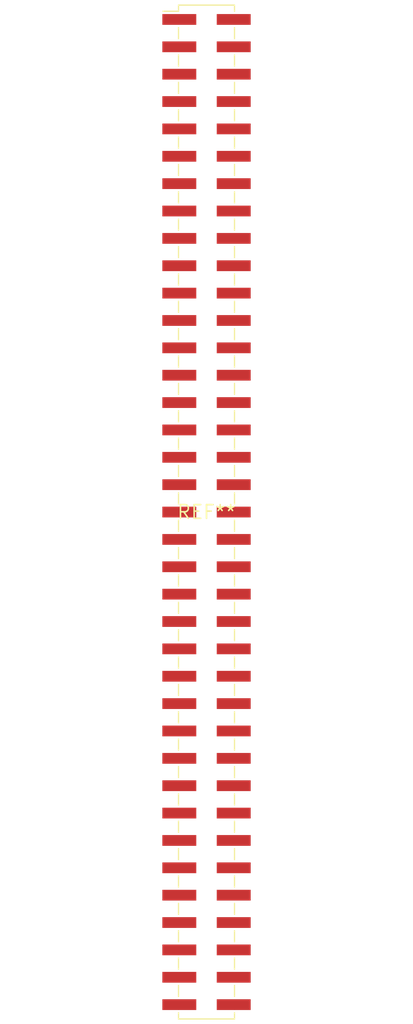
<source format=kicad_pcb>
(kicad_pcb (version 20240108) (generator pcbnew)
  (layers (0 "F.Cu" signal) (31 "B.Cu" signal) (34 "B.Paste" user) (35 "F.Paste" user) (36 "B.SilkS" user "B.Silkscreen") (37 "F.SilkS" user "F.Silkscreen") (38 "B.Mask" user) (39 "F.Mask" user) (44 "Edge.Cuts" user))
  (net 0 "")
  (footprint "PinHeader_2x37_P2.54mm_Vertical_SMD" (layer "F.Cu") (at 0 0)
    (property "Reference" "REF**")
    (property "Value" "PinHeader_2x37_P2.54mm_Vertical_SMD")
    (fp_line (start -4.04 -46.48) (end -2.6 -46.48) (layer "F.SilkS") (stroke (width 0.12)))
    (fp_line (start -2.6 -47.05) (end -2.6 -46.48) (layer "F.SilkS") (stroke (width 0.12)))
    (fp_line (start -2.6 -47.05) (end 2.6 -47.05) (layer "F.SilkS") (stroke (width 0.12)))
    (fp_line (start -2.6 -44.96) (end -2.6 -43.94) (layer "F.SilkS") (stroke (width 0.12)))
    (fp_line (start -2.6 -42.42) (end -2.6 -41.4) (layer "F.SilkS") (stroke (width 0.12)))
    (fp_line (start -2.6 -39.88) (end -2.6 -38.86) (layer "F.SilkS") (stroke (width 0.12)))
    (fp_line (start -2.6 -37.34) (end -2.6 -36.32) (layer "F.SilkS") (stroke (width 0.12)))
    (fp_line (start -2.6 -34.8) (end -2.6 -33.78) (layer "F.SilkS") (stroke (width 0.12)))
    (fp_line (start -2.6 -32.26) (end -2.6 -31.24) (layer "F.SilkS") (stroke (width 0.12)))
    (fp_line (start -2.6 -29.72) (end -2.6 -28.7) (layer "F.SilkS") (stroke (width 0.12)))
    (fp_line (start -2.6 -27.18) (end -2.6 -26.16) (layer "F.SilkS") (stroke (width 0.12)))
    (fp_line (start -2.6 -24.64) (end -2.6 -23.62) (layer "F.SilkS") (stroke (width 0.12)))
    (fp_line (start -2.6 -22.1) (end -2.6 -21.08) (layer "F.SilkS") (stroke (width 0.12)))
    (fp_line (start -2.6 -19.56) (end -2.6 -18.54) (layer "F.SilkS") (stroke (width 0.12)))
    (fp_line (start -2.6 -17.02) (end -2.6 -16) (layer "F.SilkS") (stroke (width 0.12)))
    (fp_line (start -2.6 -14.48) (end -2.6 -13.46) (layer "F.SilkS") (stroke (width 0.12)))
    (fp_line (start -2.6 -11.94) (end -2.6 -10.92) (layer "F.SilkS") (stroke (width 0.12)))
    (fp_line (start -2.6 -9.4) (end -2.6 -8.38) (layer "F.SilkS") (stroke (width 0.12)))
    (fp_line (start -2.6 -6.86) (end -2.6 -5.84) (layer "F.SilkS") (stroke (width 0.12)))
    (fp_line (start -2.6 -4.32) (end -2.6 -3.3) (layer "F.SilkS") (stroke (width 0.12)))
    (fp_line (start -2.6 -1.78) (end -2.6 -0.76) (layer "F.SilkS") (stroke (width 0.12)))
    (fp_line (start -2.6 0.76) (end -2.6 1.78) (layer "F.SilkS") (stroke (width 0.12)))
    (fp_line (start -2.6 3.3) (end -2.6 4.32) (layer "F.SilkS") (stroke (width 0.12)))
    (fp_line (start -2.6 5.84) (end -2.6 6.86) (layer "F.SilkS") (stroke (width 0.12)))
    (fp_line (start -2.6 8.38) (end -2.6 9.4) (layer "F.SilkS") (stroke (width 0.12)))
    (fp_line (start -2.6 10.92) (end -2.6 11.94) (layer "F.SilkS") (stroke (width 0.12)))
    (fp_line (start -2.6 13.46) (end -2.6 14.48) (layer "F.SilkS") (stroke (width 0.12)))
    (fp_line (start -2.6 16) (end -2.6 17.02) (layer "F.SilkS") (stroke (width 0.12)))
    (fp_line (start -2.6 18.54) (end -2.6 19.56) (layer "F.SilkS") (stroke (width 0.12)))
    (fp_line (start -2.6 21.08) (end -2.6 22.1) (layer "F.SilkS") (stroke (width 0.12)))
    (fp_line (start -2.6 23.62) (end -2.6 24.64) (layer "F.SilkS") (stroke (width 0.12)))
    (fp_line (start -2.6 26.16) (end -2.6 27.18) (layer "F.SilkS") (stroke (width 0.12)))
    (fp_line (start -2.6 28.7) (end -2.6 29.72) (layer "F.SilkS") (stroke (width 0.12)))
    (fp_line (start -2.6 31.24) (end -2.6 32.26) (layer "F.SilkS") (stroke (width 0.12)))
    (fp_line (start -2.6 33.78) (end -2.6 34.8) (layer "F.SilkS") (stroke (width 0.12)))
    (fp_line (start -2.6 36.32) (end -2.6 37.34) (layer "F.SilkS") (stroke (width 0.12)))
    (fp_line (start -2.6 38.86) (end -2.6 39.88) (layer "F.SilkS") (stroke (width 0.12)))
    (fp_line (start -2.6 41.4) (end -2.6 42.42) (layer "F.SilkS") (stroke (width 0.12)))
    (fp_line (start -2.6 43.94) (end -2.6 44.96) (layer "F.SilkS") (stroke (width 0.12)))
    (fp_line (start -2.6 46.48) (end -2.6 47.05) (layer "F.SilkS") (stroke (width 0.12)))
    (fp_line (start -2.6 47.05) (end 2.6 47.05) (layer "F.SilkS") (stroke (width 0.12)))
    (fp_line (start 2.6 -47.05) (end 2.6 -46.48) (layer "F.SilkS") (stroke (width 0.12)))
    (fp_line (start 2.6 -44.96) (end 2.6 -43.94) (layer "F.SilkS") (stroke (width 0.12)))
    (fp_line (start 2.6 -42.42) (end 2.6 -41.4) (layer "F.SilkS") (stroke (width 0.12)))
    (fp_line (start 2.6 -39.88) (end 2.6 -38.86) (layer "F.SilkS") (stroke (width 0.12)))
    (fp_line (start 2.6 -37.34) (end 2.6 -36.32) (layer "F.SilkS") (stroke (width 0.12)))
    (fp_line (start 2.6 -34.8) (end 2.6 -33.78) (layer "F.SilkS") (stroke (width 0.12)))
    (fp_line (start 2.6 -32.26) (end 2.6 -31.24) (layer "F.SilkS") (stroke (width 0.12)))
    (fp_line (start 2.6 -29.72) (end 2.6 -28.7) (layer "F.SilkS") (stroke (width 0.12)))
    (fp_line (start 2.6 -27.18) (end 2.6 -26.16) (layer "F.SilkS") (stroke (width 0.12)))
    (fp_line (start 2.6 -24.64) (end 2.6 -23.62) (layer "F.SilkS") (stroke (width 0.12)))
    (fp_line (start 2.6 -22.1) (end 2.6 -21.08) (layer "F.SilkS") (stroke (width 0.12)))
    (fp_line (start 2.6 -19.56) (end 2.6 -18.54) (layer "F.SilkS") (stroke (width 0.12)))
    (fp_line (start 2.6 -17.02) (end 2.6 -16) (layer "F.SilkS") (stroke (width 0.12)))
    (fp_line (start 2.6 -14.48) (end 2.6 -13.46) (layer "F.SilkS") (stroke (width 0.12)))
    (fp_line (start 2.6 -11.94) (end 2.6 -10.92) (layer "F.SilkS") (stroke (width 0.12)))
    (fp_line (start 2.6 -9.4) (end 2.6 -8.38) (layer "F.SilkS") (stroke (width 0.12)))
    (fp_line (start 2.6 -6.86) (end 2.6 -5.84) (layer "F.SilkS") (stroke (width 0.12)))
    (fp_line (start 2.6 -4.32) (end 2.6 -3.3) (layer "F.SilkS") (stroke (width 0.12)))
    (fp_line (start 2.6 -1.78) (end 2.6 -0.76) (layer "F.SilkS") (stroke (width 0.12)))
    (fp_line (start 2.6 0.76) (end 2.6 1.78) (layer "F.SilkS") (stroke (width 0.12)))
    (fp_line (start 2.6 3.3) (end 2.6 4.32) (layer "F.SilkS") (stroke (width 0.12)))
    (fp_line (start 2.6 5.84) (end 2.6 6.86) (layer "F.SilkS") (stroke (width 0.12)))
    (fp_line (start 2.6 8.38) (end 2.6 9.4) (layer "F.SilkS") (stroke (width 0.12)))
    (fp_line (start 2.6 10.92) (end 2.6 11.94) (layer "F.SilkS") (stroke (width 0.12)))
    (fp_line (start 2.6 13.46) (end 2.6 14.48) (layer "F.SilkS") (stroke (width 0.12)))
    (fp_line (start 2.6 16) (end 2.6 17.02) (layer "F.SilkS") (stroke (width 0.12)))
    (fp_line (start 2.6 18.54) (end 2.6 19.56) (layer "F.SilkS") (stroke (width 0.12)))
    (fp_line (start 2.6 21.08) (end 2.6 22.1) (layer "F.SilkS") (stroke (width 0.12)))
    (fp_line (start 2.6 23.62) (end 2.6 24.64) (layer "F.SilkS") (stroke (width 0.12)))
    (fp_line (start 2.6 26.16) (end 2.6 27.18) (layer "F.SilkS") (stroke (width 0.12)))
    (fp_line (start 2.6 28.7) (end 2.6 29.72) (layer "F.SilkS") (stroke (width 0.12)))
    (fp_line (start 2.6 31.24) (end 2.6 32.26) (layer "F.SilkS") (stroke (width 0.12)))
    (fp_line (start 2.6 33.78) (end 2.6 34.8) (layer "F.SilkS") (stroke (width 0.12)))
    (fp_line (start 2.6 36.32) (end 2.6 37.34) (layer "F.SilkS") (stroke (width 0.12)))
    (fp_line (start 2.6 38.86) (end 2.6 39.88) (layer "F.SilkS") (stroke (width 0.12)))
    (fp_line (start 2.6 41.4) (end 2.6 42.42) (layer "F.SilkS") (stroke (width 0.12)))
    (fp_line (start 2.6 43.94) (end 2.6 44.96) (layer "F.SilkS") (stroke (width 0.12)))
    (fp_line (start 2.6 46.48) (end 2.6 47.05) (layer "F.SilkS") (stroke (width 0.12)))
    (pad "1" smd rect (at -2.525 -45.72) (size 3.15 1) (layers "F.Cu" "F.Paste" "F.Mask"))
    (pad "2" smd rect (at 2.525 -45.72) (size 3.15 1) (layers "F.Cu" "F.Paste" "F.Mask"))
    (pad "3" smd rect (at -2.525 -43.18) (size 3.15 1) (layers "F.Cu" "F.Paste" "F.Mask"))
    (pad "4" smd rect (at 2.525 -43.18) (size 3.15 1) (layers "F.Cu" "F.Paste" "F.Mask"))
    (pad "5" smd rect (at -2.525 -40.64) (size 3.15 1) (layers "F.Cu" "F.Paste" "F.Mask"))
    (pad "6" smd rect (at 2.525 -40.64) (size 3.15 1) (layers "F.Cu" "F.Paste" "F.Mask"))
    (pad "7" smd rect (at -2.525 -38.1) (size 3.15 1) (layers "F.Cu" "F.Paste" "F.Mask"))
    (pad "8" smd rect (at 2.525 -38.1) (size 3.15 1) (layers "F.Cu" "F.Paste" "F.Mask"))
    (pad "9" smd rect (at -2.525 -35.56) (size 3.15 1) (layers "F.Cu" "F.Paste" "F.Mask"))
    (pad "10" smd rect (at 2.525 -35.56) (size 3.15 1) (layers "F.Cu" "F.Paste" "F.Mask"))
    (pad "11" smd rect (at -2.525 -33.02) (size 3.15 1) (layers "F.Cu" "F.Paste" "F.Mask"))
    (pad "12" smd rect (at 2.525 -33.02) (size 3.15 1) (layers "F.Cu" "F.Paste" "F.Mask"))
    (pad "13" smd rect (at -2.525 -30.48) (size 3.15 1) (layers "F.Cu" "F.Paste" "F.Mask"))
    (pad "14" smd rect (at 2.525 -30.48) (size 3.15 1) (layers "F.Cu" "F.Paste" "F.Mask"))
    (pad "15" smd rect (at -2.525 -27.94) (size 3.15 1) (layers "F.Cu" "F.Paste" "F.Mask"))
    (pad "16" smd rect (at 2.525 -27.94) (size 3.15 1) (layers "F.Cu" "F.Paste" "F.Mask"))
    (pad "17" smd rect (at -2.525 -25.4) (size 3.15 1) (layers "F.Cu" "F.Paste" "F.Mask"))
    (pad "18" smd rect (at 2.525 -25.4) (size 3.15 1) (layers "F.Cu" "F.Paste" "F.Mask"))
    (pad "19" smd rect (at -2.525 -22.86) (size 3.15 1) (layers "F.Cu" "F.Paste" "F.Mask"))
    (pad "20" smd rect (at 2.525 -22.86) (size 3.15 1) (layers "F.Cu" "F.Paste" "F.Mask"))
    (pad "21" smd rect (at -2.525 -20.32) (size 3.15 1) (layers "F.Cu" "F.Paste" "F.Mask"))
    (pad "22" smd rect (at 2.525 -20.32) (size 3.15 1) (layers "F.Cu" "F.Paste" "F.Mask"))
    (pad "23" smd rect (at -2.525 -17.78) (size 3.15 1) (layers "F.Cu" "F.Paste" "F.Mask"))
    (pad "24" smd rect (at 2.525 -17.78) (size 3.15 1) (layers "F.Cu" "F.Paste" "F.Mask"))
    (pad "25" smd rect (at -2.525 -15.24) (size 3.15 1) (layers "F.Cu" "F.Paste" "F.Mask"))
    (pad "26" smd rect (at 2.525 -15.24) (size 3.15 1) (layers "F.Cu" "F.Paste" "F.Mask"))
    (pad "27" smd rect (at -2.525 -12.7) (size 3.15 1) (layers "F.Cu" "F.Paste" "F.Mask"))
    (pad "28" smd rect (at 2.525 -12.7) (size 3.15 1) (layers "F.Cu" "F.Paste" "F.Mask"))
    (pad "29" smd rect (at -2.525 -10.16) (size 3.15 1) (layers "F.Cu" "F.Paste" "F.Mask"))
    (pad "30" smd rect (at 2.525 -10.16) (size 3.15 1) (layers "F.Cu" "F.Paste" "F.Mask"))
    (pad "31" smd rect (at -2.525 -7.62) (size 3.15 1) (layers "F.Cu" "F.Paste" "F.Mask"))
    (pad "32" smd rect (at 2.525 -7.62) (size 3.15 1) (layers "F.Cu" "F.Paste" "F.Mask"))
    (pad "33" smd rect (at -2.525 -5.08) (size 3.15 1) (layers "F.Cu" "F.Paste" "F.Mask"))
    (pad "34" smd rect (at 2.525 -5.08) (size 3.15 1) (layers "F.Cu" "F.Paste" "F.Mask"))
    (pad "35" smd rect (at -2.525 -2.54) (size 3.15 1) (layers "F.Cu" "F.Paste" "F.Mask"))
    (pad "36" smd rect (at 2.525 -2.54) (size 3.15 1) (layers "F.Cu" "F.Paste" "F.Mask"))
    (pad "37" smd rect (at -2.525 0) (size 3.15 1) (layers "F.Cu" "F.Paste" "F.Mask"))
    (pad "38" smd rect (at 2.525 0) (size 3.15 1) (layers "F.Cu" "F.Paste" "F.Mask"))
    (pad "39" smd rect (at -2.525 2.54) (size 3.15 1) (layers "F.Cu" "F.Paste" "F.Mask"))
    (pad "40" smd rect (at 2.525 2.54) (size 3.15 1) (layers "F.Cu" "F.Paste" "F.Mask"))
    (pad "41" smd rect (at -2.525 5.08) (size 3.15 1) (layers "F.Cu" "F.Paste" "F.Mask"))
    (pad "42" smd rect (at 2.525 5.08) (size 3.15 1) (layers "F.Cu" "F.Paste" "F.Mask"))
    (pad "43" smd rect (at -2.525 7.62) (size 3.15 1) (layers "F.Cu" "F.Paste" "F.Mask"))
    (pad "44" smd rect (at 2.525 7.62) (size 3.15 1) (layers "F.Cu" "F.Paste" "F.Mask"))
    (pad "45" smd rect (at -2.525 10.16) (size 3.15 1) (layers "F.Cu" "F.Paste" "F.Mask"))
    (pad "46" smd rect (at 2.525 10.16) (size 3.15 1) (layers "F.Cu" "F.Paste" "F.Mask"))
    (pad "47" smd rect (at -2.525 12.7) (size 3.15 1) (layers "F.Cu" "F.Paste" "F.Mask"))
    (pad "48" smd rect (at 2.525 12.7) (size 3.15 1) (layers "F.Cu" "F.Paste" "F.Mask"))
    (pad "49" smd rect (at -2.525 15.24) (size 3.15 1) (layers "F.Cu" "F.Paste" "F.Mask"))
    (pad "50" smd rect (at 2.525 15.24) (size 3.15 1) (layers "F.Cu" "F.Paste" "F.Mask"))
    (pad "51" smd rect (at -2.525 17.78) (size 3.15 1) (layers "F.Cu" "F.Paste" "F.Mask"))
    (pad "52" smd rect (at 2.525 17.78) (size 3.15 1) (layers "F.Cu" "F.Paste" "F.Mask"))
    (pad "53" smd rect (at -2.525 20.32) (size 3.15 1) (layers "F.Cu" "F.Paste" "F.Mask"))
    (pad "54" smd rect (at 2.525 20.32) (size 3.15 1) (layers "F.Cu" "F.Paste" "F.Mask"))
    (pad "55" smd rect (at -2.525 22.86) (size 3.15 1) (layers "F.Cu" "F.Paste" "F.Mask"))
    (pad "56" smd rect (at 2.525 22.86) (size 3.15 1) (layers "F.Cu" "F.Paste" "F.Mask"))
    (pad "57" smd rect (at -2.525 25.4) (size 3.15 1) (layers "F.Cu" "F.Paste" "F.Mask"))
    (pad "58" smd rect (at 2.525 25.4) (size 3.15 1) (layers "F.Cu" "F.Paste" "F.Mask"))
    (pad "59" smd rect (at -2.525 27.94) (size 3.15 1) (layers "F.Cu" "F.Paste" "F.Mask"))
    (pad "60" smd rect (at 2.525 27.94) (size 3.15 1) (layers "F.Cu" "F.Paste" "F.Mask"))
    (pad "61" smd rect (at -2.525 30.48) (size 3.15 1) (layers "F.Cu" "F.Paste" "F.Mask"))
    (pad "62" smd rect (at 2.525 30.48) (size 3.15 1) (layers "F.Cu" "F.Paste" "F.Mask"))
    (pad "63" smd rect (at -2.525 33.02) (size 3.15 1) (layers "F.Cu" "F.Paste" "F.Mask"))
    (pad "64" smd rect (at 2.525 33.02) (size 3.15 1) (layers "F.Cu" "F.Paste" "F.Mask"))
    (pad "65" smd rect (at -2.525 35.56) (size 3.15 1) (layers "F.Cu" "F.Paste" "F.Mask"))
    (pad "66" smd rect (at 2.525 35.56) (size 3.15 1) (layers "F.Cu" "F.Paste" "F.Mask"))
    (pad "67" smd rect (at -2.525 38.1) (size 3.15 1) (layers "F.Cu" "F.Paste" "F.Mask"))
    (pad "68" smd rect (at 2.525 38.1) (size 3.15 1) (layers "F.Cu" "F.Paste" "F.Mask"))
    (pad "69" smd rect (at -2.525 40.64) (size 3.15 1) (layers "F.Cu" "F.Paste" "F.Mask"))
    (pad "70" smd rect (at 2.525 40.64) (size 3.15 1) (layers "F.Cu" "F.Paste" "F.Mask"))
    (pad "71" smd rect (at -2.525 43.18) (size 3.15 1) (layers "F.Cu" "F.Paste" "F.Mask"))
    (pad "72" smd rect (at 2.525 43.18) (size 3.15 1) (layers "F.Cu" "F.Paste" "F.Mask"))
    (pad "73" smd rect (at -2.525 45.72) (size 3.15 1) (layers "F.Cu" "F.Paste" "F.Mask"))
    (pad "74" smd rect (at 2.525 45.72) (size 3.15 1) (layers "F.Cu" "F.Paste" "F.Mask"))
  )
)
</source>
